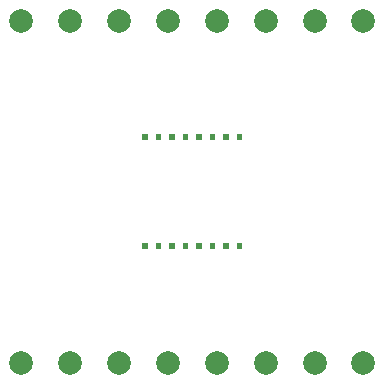
<source format=gbr>
%TF.GenerationSoftware,KiCad,Pcbnew,8.0.8*%
%TF.CreationDate,2025-07-18T16:58:46-07:00*%
%TF.ProjectId,,58585858-5858-4585-9858-585858585858,rev?*%
%TF.SameCoordinates,Original*%
%TF.FileFunction,Soldermask,Top*%
%TF.FilePolarity,Negative*%
%FSLAX46Y46*%
G04 Gerber Fmt 4.6, Leading zero omitted, Abs format (unit mm)*
G04 Created by KiCad (PCBNEW 8.0.8) date 2025-07-18 16:58:46*
%MOMM*%
%LPD*%
G01*
G04 APERTURE LIST*
%ADD10C,2.000000*%
G04 APERTURE END LIST*
G36*
X21250000Y-21850000D02*
G01*
X21750000Y-21850000D01*
X21750000Y-22350000D01*
X21250000Y-22350000D01*
X21250000Y-21850000D01*
G37*
G36*
X21250000Y-12650000D02*
G01*
X21750000Y-12650000D01*
X21750000Y-13150000D01*
X21250000Y-13150000D01*
X21250000Y-12650000D01*
G37*
G36*
X20107142Y-21850000D02*
G01*
X20607142Y-21850000D01*
X20607142Y-22350000D01*
X20107142Y-22350000D01*
X20107142Y-21850000D01*
G37*
G36*
X20107142Y-12650000D02*
G01*
X20607142Y-12650000D01*
X20607142Y-13150000D01*
X20107142Y-13150000D01*
X20107142Y-12650000D01*
G37*
G36*
X18964285Y-21850000D02*
G01*
X19464285Y-21850000D01*
X19464285Y-22350000D01*
X18964285Y-22350000D01*
X18964285Y-21850000D01*
G37*
G36*
X18964285Y-12650000D02*
G01*
X19464285Y-12650000D01*
X19464285Y-13150000D01*
X18964285Y-13150000D01*
X18964285Y-12650000D01*
G37*
G36*
X17821428Y-21850000D02*
G01*
X18321428Y-21850000D01*
X18321428Y-22350000D01*
X17821428Y-22350000D01*
X17821428Y-21850000D01*
G37*
G36*
X17821428Y-12650000D02*
G01*
X18321428Y-12650000D01*
X18321428Y-13150000D01*
X17821428Y-13150000D01*
X17821428Y-12650000D01*
G37*
G36*
X16678571Y-21850000D02*
G01*
X17178571Y-21850000D01*
X17178571Y-22350000D01*
X16678571Y-22350000D01*
X16678571Y-21850000D01*
G37*
G36*
X16678571Y-12650000D02*
G01*
X17178571Y-12650000D01*
X17178571Y-13150000D01*
X16678571Y-13150000D01*
X16678571Y-12650000D01*
G37*
G36*
X15535714Y-21850000D02*
G01*
X16035714Y-21850000D01*
X16035714Y-22350000D01*
X15535714Y-22350000D01*
X15535714Y-21850000D01*
G37*
G36*
X15535714Y-12650000D02*
G01*
X16035714Y-12650000D01*
X16035714Y-13150000D01*
X15535714Y-13150000D01*
X15535714Y-12650000D01*
G37*
G36*
X14392857Y-21850000D02*
G01*
X14892857Y-21850000D01*
X14892857Y-22350000D01*
X14392857Y-22350000D01*
X14392857Y-21850000D01*
G37*
G36*
X14392857Y-12650000D02*
G01*
X14892857Y-12650000D01*
X14892857Y-13150000D01*
X14392857Y-13150000D01*
X14392857Y-12650000D01*
G37*
G36*
X13250000Y-21850000D02*
G01*
X13750000Y-21850000D01*
X13750000Y-22350000D01*
X13250000Y-22350000D01*
X13250000Y-21850000D01*
G37*
G36*
X13250000Y-12650000D02*
G01*
X13750000Y-12650000D01*
X13750000Y-13150000D01*
X13250000Y-13150000D01*
X13250000Y-12650000D01*
G37*
D10*
%TO.C,*%
X32000000Y-32000000D03*
%TD*%
%TO.C,*%
X32000000Y-3000000D03*
%TD*%
%TO.C,*%
X27857142Y-32000000D03*
%TD*%
%TO.C,*%
X27857142Y-3000000D03*
%TD*%
%TO.C,*%
X23714285Y-32000000D03*
%TD*%
%TO.C,*%
X23714285Y-3000000D03*
%TD*%
%TO.C,*%
X19571428Y-32000000D03*
%TD*%
%TO.C,*%
X19571428Y-3000000D03*
%TD*%
%TO.C,*%
X15428571Y-32000000D03*
%TD*%
%TO.C,*%
X15428571Y-3000000D03*
%TD*%
%TO.C,*%
X11285714Y-32000000D03*
%TD*%
%TO.C,*%
X11285714Y-3000000D03*
%TD*%
%TO.C,*%
X7142857Y-32000000D03*
%TD*%
%TO.C,*%
X7142857Y-3000000D03*
%TD*%
%TO.C,*%
X3000000Y-32000000D03*
%TD*%
%TO.C,*%
X3000000Y-3000000D03*
%TD*%
M02*

</source>
